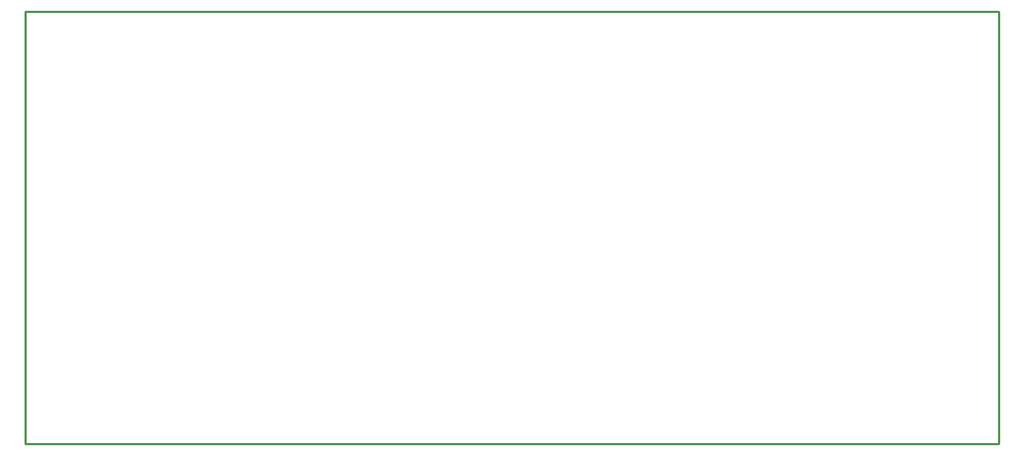
<source format=gbr>
G04 (created by PCBNEW (2013-mar-13)-testing) date Fri 01 Nov 2013 04:53:57 PM PDT*
%MOIN*%
G04 Gerber Fmt 3.4, Leading zero omitted, Abs format*
%FSLAX34Y34*%
G01*
G70*
G90*
G04 APERTURE LIST*
%ADD10C,0.005906*%
%ADD11C,0.010000*%
G04 APERTURE END LIST*
G54D10*
G54D11*
X55000Y-30000D02*
X55000Y-10000D01*
X10000Y-30000D02*
X55000Y-30000D01*
X10000Y-10000D02*
X10000Y-30000D01*
X10000Y-10000D02*
X55000Y-10000D01*
M02*

</source>
